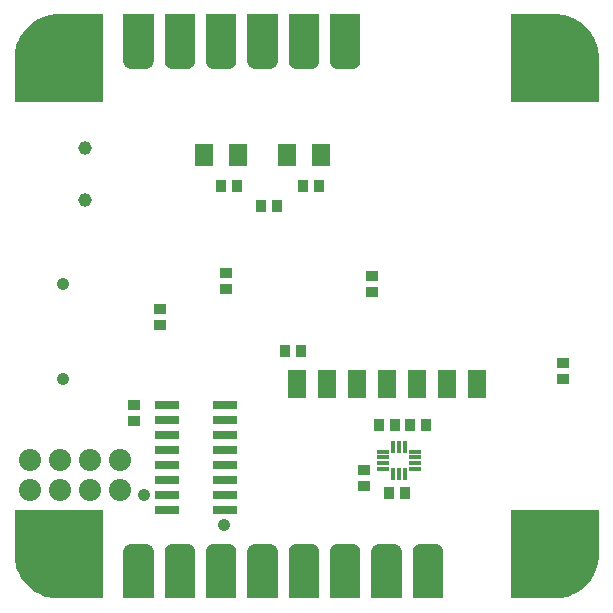
<source format=gbr>
%TF.GenerationSoftware,Altium Limited,Altium Designer,23.11.1 (41)*%
G04 Layer_Color=16711935*
%FSLAX45Y45*%
%MOMM*%
%TF.SameCoordinates,A167E3D1-D2EE-47D6-BB63-3A09D1C29133*%
%TF.FilePolarity,Negative*%
%TF.FileFunction,Soldermask,Bot*%
%TF.Part,Single*%
G01*
G75*
%TA.AperFunction,SMDPad,CuDef*%
%ADD56R,1.07000X0.97000*%
%ADD75R,0.97000X1.07000*%
%TA.AperFunction,ComponentPad*%
%ADD80C,1.87000*%
%TA.AperFunction,ViaPad*%
%ADD81C,1.87000*%
%TA.AperFunction,ComponentPad*%
%ADD82C,1.07000*%
%ADD83C,1.17000*%
%TA.AperFunction,WasherPad*%
%ADD84C,0.07000*%
%TA.AperFunction,ViaPad*%
%ADD85C,1.07000*%
%TA.AperFunction,SMDPad,CuDef*%
%ADD86C,1.07000*%
%ADD87R,1.07000X0.37000*%
%ADD88R,0.37000X1.07000*%
%ADD89R,1.57000X2.47000*%
%ADD90R,2.04000X0.67000*%
%ADD91R,1.57000X1.87000*%
G36*
X770000Y4973517D02*
X770686Y4973450D01*
X771346Y4973249D01*
X771954Y4972924D01*
X772487Y4972487D01*
X772924Y4971954D01*
X773249Y4971346D01*
X773450Y4970686D01*
X773517Y4970000D01*
Y4230000D01*
X773450Y4229314D01*
X773249Y4228654D01*
X772924Y4228046D01*
X772487Y4227513D01*
X771954Y4227076D01*
X771346Y4226750D01*
X770686Y4226550D01*
X770000Y4226483D01*
X30000D01*
X29314Y4226550D01*
X28654Y4226750D01*
X28046Y4227076D01*
X27513Y4227513D01*
X27076Y4228046D01*
X26751Y4228654D01*
X26550Y4229314D01*
X26483Y4230000D01*
X26483Y4600000D01*
X26484Y4600003D01*
X26483Y4612113D01*
X26495Y4612228D01*
X26491Y4612343D01*
X28075Y4636516D01*
X28094Y4636629D01*
X28098Y4636745D01*
X31260Y4660763D01*
X31286Y4660875D01*
X31297Y4660990D01*
X36023Y4684749D01*
X36057Y4684860D01*
X36076Y4684974D01*
X42346Y4708373D01*
X42386Y4708481D01*
X42412Y4708594D01*
X50199Y4731533D01*
X50247Y4731638D01*
X50280Y4731748D01*
X59551Y4754129D01*
X59605Y4754232D01*
X59646Y4754339D01*
X70360Y4776066D01*
X70421Y4776164D01*
X70469Y4776269D01*
X82581Y4797248D01*
X82649Y4797342D01*
X82703Y4797444D01*
X96162Y4817587D01*
X96234Y4817675D01*
X96295Y4817773D01*
X111043Y4836993D01*
X111122Y4837077D01*
X111189Y4837170D01*
X127162Y4855384D01*
X127246Y4855463D01*
X127319Y4855552D01*
X144449Y4872682D01*
X144537Y4872754D01*
X144617Y4872839D01*
X162830Y4888812D01*
X162924Y4888879D01*
X163008Y4888958D01*
X182227Y4903705D01*
X182325Y4903766D01*
X182414Y4903839D01*
X202557Y4917298D01*
X202657Y4917352D01*
X202752Y4917419D01*
X223731Y4929532D01*
X223836Y4929579D01*
X223934Y4929640D01*
X245661Y4940355D01*
X245769Y4940395D01*
X245871Y4940450D01*
X268252Y4949720D01*
X268363Y4949754D01*
X268467Y4949801D01*
X291407Y4957588D01*
X291519Y4957614D01*
X291627Y4957655D01*
X315027Y4963925D01*
X315140Y4963944D01*
X315251Y4963977D01*
X339011Y4968704D01*
X339125Y4968715D01*
X339238Y4968741D01*
X363256Y4971903D01*
X363372Y4971907D01*
X363485Y4971926D01*
X387658Y4973510D01*
X387772Y4973506D01*
X387888Y4973518D01*
X400000D01*
X770000Y4973517D01*
D02*
G37*
G36*
X2950686Y4973450D02*
X2951346Y4973250D01*
X2951954Y4972925D01*
X2952487Y4972487D01*
X2952924Y4971954D01*
X2953250Y4971346D01*
X2953450Y4970686D01*
X2953517Y4970000D01*
Y4577500D01*
Y4573404D01*
X2953494Y4573173D01*
X2953487Y4572945D01*
X2952418Y4564822D01*
X2952365Y4564596D01*
X2952328Y4564371D01*
X2950207Y4556457D01*
X2950127Y4556242D01*
X2950060Y4556021D01*
X2946924Y4548452D01*
X2946816Y4548249D01*
X2946721Y4548039D01*
X2942624Y4540944D01*
X2942491Y4540757D01*
X2942369Y4540561D01*
X2937381Y4534062D01*
X2937223Y4533893D01*
X2937078Y4533716D01*
X2931285Y4527923D01*
X2931107Y4527777D01*
X2930939Y4527619D01*
X2924439Y4522632D01*
X2924245Y4522511D01*
X2924056Y4522376D01*
X2916961Y4518280D01*
X2916751Y4518185D01*
X2916548Y4518076D01*
X2908979Y4514941D01*
X2908757Y4514873D01*
X2908544Y4514793D01*
X2900630Y4512672D01*
X2900402Y4512635D01*
X2900179Y4512583D01*
X2892056Y4511513D01*
X2891827Y4511506D01*
X2891596Y4511483D01*
X2758404D01*
X2758173Y4511506D01*
X2757945Y4511513D01*
X2749822Y4512583D01*
X2749596Y4512635D01*
X2749371Y4512672D01*
X2741457Y4514793D01*
X2741242Y4514874D01*
X2741021Y4514941D01*
X2733452Y4518076D01*
X2733250Y4518184D01*
X2733039Y4518280D01*
X2725944Y4522376D01*
X2725758Y4522510D01*
X2725561Y4522632D01*
X2719062Y4527619D01*
X2718893Y4527778D01*
X2718716Y4527923D01*
X2712923Y4533716D01*
X2712777Y4533894D01*
X2712619Y4534062D01*
X2707632Y4540562D01*
X2707511Y4540756D01*
X2707376Y4540944D01*
X2703280Y4548039D01*
X2703185Y4548249D01*
X2703076Y4548452D01*
X2699941Y4556021D01*
X2699873Y4556243D01*
X2699793Y4556457D01*
X2697673Y4564371D01*
X2697635Y4564598D01*
X2697583Y4564822D01*
X2696513Y4572945D01*
X2696506Y4573173D01*
X2696483Y4573404D01*
Y4577500D01*
Y4577500D01*
Y4970000D01*
X2696551Y4970686D01*
X2696751Y4971346D01*
X2697076Y4971954D01*
X2697513Y4972487D01*
X2698046Y4972925D01*
X2698654Y4973250D01*
X2699314Y4973450D01*
X2700000Y4973517D01*
X2950000D01*
X2950686Y4973450D01*
D02*
G37*
G36*
X2600687D02*
X2601347Y4973250D01*
X2601955Y4972925D01*
X2602488Y4972487D01*
X2602925Y4971954D01*
X2603250Y4971346D01*
X2603450Y4970686D01*
X2603518Y4970000D01*
X2603517Y4577500D01*
Y4573404D01*
X2603494Y4573173D01*
X2603487Y4572945D01*
X2602418Y4564822D01*
X2602365Y4564596D01*
X2602328Y4564371D01*
X2600207Y4556457D01*
X2600127Y4556242D01*
X2600060Y4556021D01*
X2596924Y4548452D01*
X2596816Y4548249D01*
X2596721Y4548039D01*
X2592624Y4540944D01*
X2592491Y4540757D01*
X2592369Y4540561D01*
X2587381Y4534062D01*
X2587223Y4533893D01*
X2587078Y4533716D01*
X2581285Y4527923D01*
X2581107Y4527777D01*
X2580939Y4527619D01*
X2574439Y4522632D01*
X2574245Y4522511D01*
X2574056Y4522376D01*
X2566961Y4518280D01*
X2566751Y4518185D01*
X2566548Y4518076D01*
X2558979Y4514941D01*
X2558757Y4514873D01*
X2558544Y4514793D01*
X2550630Y4512672D01*
X2550402Y4512635D01*
X2550179Y4512583D01*
X2542056Y4511513D01*
X2541827Y4511506D01*
X2541596Y4511483D01*
X2408404D01*
X2408173Y4511506D01*
X2407945Y4511513D01*
X2399822Y4512583D01*
X2399596Y4512635D01*
X2399371Y4512672D01*
X2391457Y4514793D01*
X2391242Y4514874D01*
X2391021Y4514941D01*
X2383452Y4518076D01*
X2383249Y4518184D01*
X2383039Y4518280D01*
X2375944Y4522376D01*
X2375758Y4522510D01*
X2375561Y4522632D01*
X2369062Y4527619D01*
X2368893Y4527778D01*
X2368716Y4527923D01*
X2362923Y4533716D01*
X2362777Y4533894D01*
X2362619Y4534062D01*
X2357632Y4540562D01*
X2357511Y4540756D01*
X2357376Y4540944D01*
X2353280Y4548039D01*
X2353185Y4548249D01*
X2353076Y4548452D01*
X2349941Y4556021D01*
X2349873Y4556243D01*
X2349793Y4556457D01*
X2347672Y4564371D01*
X2347635Y4564598D01*
X2347583Y4564822D01*
X2346513Y4572945D01*
X2346506Y4573173D01*
X2346483Y4573404D01*
Y4577500D01*
Y4577500D01*
D01*
X2346484Y4970000D01*
X2346551Y4970686D01*
X2346751Y4971346D01*
X2347077Y4971954D01*
X2347514Y4972487D01*
X2348047Y4972925D01*
X2348655Y4973250D01*
X2349315Y4973450D01*
X2350001Y4973517D01*
X2600001D01*
X2600687Y4973450D01*
D02*
G37*
G36*
X2250686D02*
X2251346Y4973250D01*
X2251954Y4972925D01*
X2252487Y4972487D01*
X2252924Y4971954D01*
X2253249Y4971346D01*
X2253450Y4970686D01*
X2253517Y4970000D01*
Y4577500D01*
Y4573404D01*
X2253494Y4573173D01*
X2253487Y4572945D01*
X2252418Y4564822D01*
X2252365Y4564596D01*
X2252328Y4564371D01*
X2250207Y4556457D01*
X2250127Y4556242D01*
X2250060Y4556021D01*
X2246924Y4548452D01*
X2246816Y4548249D01*
X2246721Y4548039D01*
X2242624Y4540944D01*
X2242491Y4540757D01*
X2242369Y4540561D01*
X2237381Y4534062D01*
X2237223Y4533893D01*
X2237078Y4533716D01*
X2231285Y4527923D01*
X2231107Y4527777D01*
X2230939Y4527619D01*
X2224439Y4522632D01*
X2224244Y4522511D01*
X2224056Y4522376D01*
X2216961Y4518280D01*
X2216751Y4518185D01*
X2216548Y4518076D01*
X2208979Y4514941D01*
X2208757Y4514873D01*
X2208543Y4514793D01*
X2200630Y4512672D01*
X2200402Y4512635D01*
X2200178Y4512583D01*
X2192056Y4511513D01*
X2191827Y4511506D01*
X2191596Y4511483D01*
X2058404D01*
X2058173Y4511506D01*
X2057945Y4511513D01*
X2049822Y4512583D01*
X2049596Y4512635D01*
X2049371Y4512672D01*
X2041457Y4514793D01*
X2041242Y4514874D01*
X2041021Y4514941D01*
X2033452Y4518076D01*
X2033249Y4518184D01*
X2033039Y4518280D01*
X2025944Y4522376D01*
X2025757Y4522510D01*
X2025561Y4522632D01*
X2019061Y4527619D01*
X2018893Y4527778D01*
X2018716Y4527923D01*
X2012923Y4533716D01*
X2012777Y4533894D01*
X2012619Y4534062D01*
X2007631Y4540562D01*
X2007511Y4540756D01*
X2007376Y4540944D01*
X2003279Y4548039D01*
X2003184Y4548249D01*
X2003076Y4548452D01*
X1999941Y4556021D01*
X1999873Y4556243D01*
X1999793Y4556457D01*
X1997672Y4564371D01*
X1997635Y4564598D01*
X1997583Y4564822D01*
X1996513Y4572945D01*
X1996506Y4573173D01*
X1996483Y4573404D01*
Y4577500D01*
Y4577500D01*
Y4970000D01*
X1996550Y4970686D01*
X1996751Y4971346D01*
X1997076Y4971954D01*
X1997513Y4972487D01*
X1998046Y4972925D01*
X1998654Y4973250D01*
X1999314Y4973450D01*
X2000000Y4973517D01*
X2250000D01*
X2250686Y4973450D01*
D02*
G37*
G36*
X1900687D02*
X1901347Y4973250D01*
X1901955Y4972925D01*
X1902488Y4972487D01*
X1902925Y4971954D01*
X1903250Y4971346D01*
X1903450Y4970686D01*
X1903518Y4970000D01*
X1903517Y4577500D01*
Y4573404D01*
X1903494Y4573173D01*
X1903487Y4572945D01*
X1902418Y4564822D01*
X1902365Y4564596D01*
X1902328Y4564371D01*
X1900207Y4556457D01*
X1900127Y4556242D01*
X1900059Y4556021D01*
X1896924Y4548452D01*
X1896816Y4548249D01*
X1896721Y4548039D01*
X1892624Y4540944D01*
X1892490Y4540757D01*
X1892369Y4540561D01*
X1887381Y4534062D01*
X1887223Y4533893D01*
X1887078Y4533716D01*
X1881285Y4527923D01*
X1881106Y4527777D01*
X1880939Y4527619D01*
X1874438Y4522632D01*
X1874244Y4522511D01*
X1874056Y4522376D01*
X1866961Y4518280D01*
X1866751Y4518185D01*
X1866548Y4518076D01*
X1858979Y4514941D01*
X1858757Y4514873D01*
X1858543Y4514793D01*
X1850630Y4512672D01*
X1850402Y4512635D01*
X1850178Y4512583D01*
X1842055Y4511513D01*
X1841827Y4511506D01*
X1841596Y4511483D01*
X1708404D01*
X1708173Y4511506D01*
X1707945Y4511513D01*
X1699822Y4512583D01*
X1699596Y4512635D01*
X1699370Y4512672D01*
X1691457Y4514793D01*
X1691242Y4514874D01*
X1691021Y4514941D01*
X1683452Y4518076D01*
X1683249Y4518184D01*
X1683039Y4518280D01*
X1675944Y4522376D01*
X1675757Y4522510D01*
X1675561Y4522632D01*
X1669061Y4527619D01*
X1668893Y4527778D01*
X1668716Y4527923D01*
X1662923Y4533716D01*
X1662776Y4533894D01*
X1662619Y4534062D01*
X1657631Y4540562D01*
X1657511Y4540756D01*
X1657376Y4540944D01*
X1653279Y4548039D01*
X1653184Y4548249D01*
X1653076Y4548452D01*
X1649941Y4556021D01*
X1649873Y4556243D01*
X1649793Y4556457D01*
X1647672Y4564371D01*
X1647635Y4564598D01*
X1647583Y4564822D01*
X1646513Y4572945D01*
X1646506Y4573173D01*
X1646483Y4573404D01*
Y4577500D01*
Y4577500D01*
D01*
X1646484Y4970000D01*
X1646551Y4970686D01*
X1646751Y4971346D01*
X1647076Y4971954D01*
X1647514Y4972487D01*
X1648047Y4972925D01*
X1648655Y4973250D01*
X1649315Y4973450D01*
X1650001Y4973517D01*
X1900001D01*
X1900687Y4973450D01*
D02*
G37*
G36*
X1550686D02*
X1551346Y4973250D01*
X1551954Y4972925D01*
X1552487Y4972487D01*
X1552925Y4971954D01*
X1553250Y4971346D01*
X1553450Y4970686D01*
X1553517Y4970000D01*
Y4577500D01*
Y4573404D01*
X1553494Y4573173D01*
X1553487Y4572945D01*
X1552418Y4564822D01*
X1552365Y4564596D01*
X1552328Y4564371D01*
X1550207Y4556457D01*
X1550127Y4556242D01*
X1550060Y4556021D01*
X1546924Y4548452D01*
X1546816Y4548249D01*
X1546721Y4548039D01*
X1542624Y4540944D01*
X1542491Y4540757D01*
X1542369Y4540561D01*
X1537381Y4534062D01*
X1537223Y4533893D01*
X1537078Y4533716D01*
X1531285Y4527923D01*
X1531107Y4527777D01*
X1530939Y4527619D01*
X1524439Y4522632D01*
X1524245Y4522511D01*
X1524056Y4522376D01*
X1516961Y4518280D01*
X1516751Y4518185D01*
X1516548Y4518076D01*
X1508979Y4514941D01*
X1508757Y4514873D01*
X1508544Y4514793D01*
X1500630Y4512672D01*
X1500402Y4512635D01*
X1500179Y4512583D01*
X1492056Y4511513D01*
X1491827Y4511506D01*
X1491596Y4511483D01*
X1358404D01*
X1358173Y4511506D01*
X1357945Y4511513D01*
X1349822Y4512583D01*
X1349596Y4512635D01*
X1349371Y4512672D01*
X1341457Y4514793D01*
X1341242Y4514874D01*
X1341021Y4514941D01*
X1333452Y4518076D01*
X1333250Y4518184D01*
X1333039Y4518280D01*
X1325944Y4522376D01*
X1325758Y4522510D01*
X1325561Y4522632D01*
X1319062Y4527619D01*
X1318893Y4527778D01*
X1318716Y4527923D01*
X1312923Y4533716D01*
X1312777Y4533894D01*
X1312619Y4534062D01*
X1307632Y4540562D01*
X1307511Y4540756D01*
X1307376Y4540944D01*
X1303280Y4548039D01*
X1303185Y4548249D01*
X1303076Y4548452D01*
X1299941Y4556021D01*
X1299873Y4556243D01*
X1299793Y4556457D01*
X1297673Y4564371D01*
X1297635Y4564598D01*
X1297583Y4564822D01*
X1296513Y4572945D01*
X1296506Y4573173D01*
X1296483Y4573404D01*
Y4577500D01*
Y4577500D01*
Y4970000D01*
X1296551Y4970686D01*
X1296751Y4971346D01*
X1297076Y4971954D01*
X1297513Y4972487D01*
X1298046Y4972925D01*
X1298654Y4973250D01*
X1299314Y4973450D01*
X1300000Y4973517D01*
X1550000D01*
X1550686Y4973450D01*
D02*
G37*
G36*
X1200687D02*
X1201347Y4973250D01*
X1201955Y4972925D01*
X1202488Y4972487D01*
X1202925Y4971954D01*
X1203250Y4971346D01*
X1203450Y4970686D01*
X1203518Y4970000D01*
X1203517Y4577500D01*
Y4573404D01*
X1203494Y4573173D01*
X1203487Y4572945D01*
X1202418Y4564822D01*
X1202365Y4564596D01*
X1202328Y4564371D01*
X1200207Y4556457D01*
X1200127Y4556242D01*
X1200060Y4556021D01*
X1196924Y4548452D01*
X1196816Y4548249D01*
X1196721Y4548039D01*
X1192624Y4540944D01*
X1192491Y4540757D01*
X1192369Y4540561D01*
X1187381Y4534062D01*
X1187223Y4533893D01*
X1187078Y4533716D01*
X1181285Y4527923D01*
X1181107Y4527777D01*
X1180939Y4527619D01*
X1174439Y4522632D01*
X1174245Y4522511D01*
X1174056Y4522376D01*
X1166961Y4518280D01*
X1166751Y4518185D01*
X1166548Y4518076D01*
X1158979Y4514941D01*
X1158757Y4514873D01*
X1158544Y4514793D01*
X1150630Y4512672D01*
X1150402Y4512635D01*
X1150179Y4512583D01*
X1142056Y4511513D01*
X1141827Y4511506D01*
X1141596Y4511483D01*
X1008404D01*
X1008173Y4511506D01*
X1007945Y4511513D01*
X999822Y4512583D01*
X999596Y4512635D01*
X999371Y4512672D01*
X991457Y4514793D01*
X991242Y4514874D01*
X991021Y4514941D01*
X983452Y4518076D01*
X983249Y4518184D01*
X983039Y4518280D01*
X975944Y4522376D01*
X975758Y4522510D01*
X975561Y4522632D01*
X969062Y4527619D01*
X968893Y4527778D01*
X968716Y4527923D01*
X962923Y4533716D01*
X962777Y4533894D01*
X962619Y4534062D01*
X957632Y4540562D01*
X957511Y4540756D01*
X957376Y4540944D01*
X953280Y4548039D01*
X953185Y4548249D01*
X953076Y4548452D01*
X949941Y4556021D01*
X949873Y4556243D01*
X949793Y4556457D01*
X947672Y4564371D01*
X947635Y4564598D01*
X947583Y4564822D01*
X946513Y4572945D01*
X946506Y4573173D01*
X946483Y4573404D01*
Y4577500D01*
Y4577500D01*
D01*
X946484Y4970000D01*
X946551Y4970686D01*
X946751Y4971346D01*
X947077Y4971954D01*
X947514Y4972487D01*
X948047Y4972925D01*
X948655Y4973250D01*
X949315Y4973450D01*
X950001Y4973517D01*
X1200001D01*
X1200687Y4973450D01*
D02*
G37*
G36*
X4600000Y4973517D02*
X4600003Y4973516D01*
X4612113Y4973517D01*
X4612228Y4973505D01*
X4612343Y4973509D01*
X4636516Y4971925D01*
X4636629Y4971906D01*
X4636745Y4971902D01*
X4660763Y4968740D01*
X4660875Y4968714D01*
X4660990Y4968703D01*
X4684749Y4963977D01*
X4684860Y4963943D01*
X4684974Y4963924D01*
X4708373Y4957654D01*
X4708481Y4957614D01*
X4708594Y4957587D01*
X4731533Y4949801D01*
X4731638Y4949753D01*
X4731748Y4949720D01*
X4754129Y4940449D01*
X4754232Y4940394D01*
X4754339Y4940354D01*
X4776066Y4929640D01*
X4776164Y4929579D01*
X4776269Y4929531D01*
X4797248Y4917419D01*
X4797342Y4917351D01*
X4797444Y4917297D01*
X4817587Y4903838D01*
X4817675Y4903766D01*
X4817773Y4903704D01*
X4836993Y4888957D01*
X4837077Y4888878D01*
X4837170Y4888811D01*
X4855384Y4872838D01*
X4855463Y4872754D01*
X4855552Y4872681D01*
X4872682Y4855551D01*
X4872754Y4855463D01*
X4872839Y4855383D01*
X4888812Y4837170D01*
X4888879Y4837076D01*
X4888958Y4836992D01*
X4903705Y4817773D01*
X4903766Y4817675D01*
X4903839Y4817586D01*
X4917298Y4797443D01*
X4917352Y4797343D01*
X4917419Y4797248D01*
X4929532Y4776269D01*
X4929579Y4776163D01*
X4929640Y4776066D01*
X4940355Y4754338D01*
X4940395Y4754231D01*
X4940450Y4754129D01*
X4949720Y4731748D01*
X4949754Y4731637D01*
X4949801Y4731533D01*
X4957588Y4708593D01*
X4957614Y4708481D01*
X4957655Y4708373D01*
X4963925Y4684973D01*
X4963944Y4684860D01*
X4963977Y4684749D01*
X4968704Y4660989D01*
X4968715Y4660875D01*
X4968741Y4660762D01*
X4971903Y4636744D01*
X4971907Y4636628D01*
X4971926Y4636515D01*
X4973510Y4612342D01*
X4973506Y4612228D01*
X4973518Y4612112D01*
Y4600000D01*
X4973517Y4230000D01*
X4973450Y4229314D01*
X4973249Y4228654D01*
X4972924Y4228046D01*
X4972487Y4227513D01*
X4971954Y4227076D01*
X4971346Y4226750D01*
X4970686Y4226550D01*
X4970000Y4226483D01*
X4230000D01*
X4229314Y4226550D01*
X4228654Y4226750D01*
X4228046Y4227076D01*
X4227513Y4227513D01*
X4227076Y4228046D01*
X4226750Y4228654D01*
X4226550Y4229314D01*
X4226483Y4230000D01*
Y4970000D01*
X4226550Y4970686D01*
X4226750Y4971346D01*
X4227076Y4971954D01*
X4227513Y4972487D01*
X4228046Y4972924D01*
X4228654Y4973249D01*
X4229314Y4973450D01*
X4230000Y4973517D01*
X4600000Y4973517D01*
D02*
G37*
G36*
X4970686Y773450D02*
X4971346Y773249D01*
X4971954Y772924D01*
X4972487Y772487D01*
X4972924Y771954D01*
X4973249Y771346D01*
X4973450Y770686D01*
X4973517Y770000D01*
X4973517Y400000D01*
X4973516Y399997D01*
X4973517Y387887D01*
X4973505Y387772D01*
X4973509Y387657D01*
X4971925Y363484D01*
X4971906Y363371D01*
X4971902Y363255D01*
X4968740Y339237D01*
X4968714Y339125D01*
X4968703Y339010D01*
X4963977Y315251D01*
X4963943Y315140D01*
X4963924Y315026D01*
X4957654Y291627D01*
X4957614Y291519D01*
X4957587Y291406D01*
X4949801Y268467D01*
X4949753Y268362D01*
X4949720Y268251D01*
X4940449Y245870D01*
X4940394Y245768D01*
X4940354Y245661D01*
X4929640Y223934D01*
X4929579Y223836D01*
X4929531Y223731D01*
X4917419Y202751D01*
X4917351Y202657D01*
X4917297Y202556D01*
X4903838Y182413D01*
X4903766Y182325D01*
X4903704Y182226D01*
X4888957Y163007D01*
X4888878Y162923D01*
X4888811Y162829D01*
X4872838Y144616D01*
X4872754Y144537D01*
X4872681Y144448D01*
X4855551Y127318D01*
X4855463Y127246D01*
X4855383Y127161D01*
X4837170Y111188D01*
X4837076Y111121D01*
X4836992Y111042D01*
X4817773Y96295D01*
X4817675Y96234D01*
X4817586Y96161D01*
X4797443Y82702D01*
X4797343Y82648D01*
X4797248Y82580D01*
X4776269Y70468D01*
X4776163Y70420D01*
X4776066Y70360D01*
X4754338Y59645D01*
X4754231Y59605D01*
X4754129Y59550D01*
X4731748Y50280D01*
X4731637Y50246D01*
X4731533Y50199D01*
X4708593Y42412D01*
X4708481Y42385D01*
X4708373Y42345D01*
X4684973Y36075D01*
X4684860Y36056D01*
X4684749Y36023D01*
X4660989Y31296D01*
X4660875Y31285D01*
X4660762Y31259D01*
X4636744Y28097D01*
X4636628Y28093D01*
X4636515Y28074D01*
X4612342Y26490D01*
X4612228Y26494D01*
X4612112Y26482D01*
X4600000D01*
X4230000Y26483D01*
X4229314Y26550D01*
X4228654Y26751D01*
X4228046Y27076D01*
X4227513Y27513D01*
X4227076Y28046D01*
X4226750Y28654D01*
X4226550Y29314D01*
X4226483Y30000D01*
Y770000D01*
X4226550Y770686D01*
X4226750Y771346D01*
X4227076Y771954D01*
X4227513Y772487D01*
X4228046Y772924D01*
X4228654Y773249D01*
X4229314Y773450D01*
X4230000Y773517D01*
X4970000D01*
X4970686Y773450D01*
D02*
G37*
G36*
X3591828Y488495D02*
X3592057Y488488D01*
X3600179Y487419D01*
X3600406Y487366D01*
X3600631Y487329D01*
X3608544Y485208D01*
X3608759Y485128D01*
X3608980Y485060D01*
X3616549Y481925D01*
X3616752Y481817D01*
X3616962Y481722D01*
X3624057Y477625D01*
X3624244Y477492D01*
X3624440Y477370D01*
X3630940Y472382D01*
X3631109Y472224D01*
X3631285Y472079D01*
X3637079Y466286D01*
X3637225Y466108D01*
X3637382Y465940D01*
X3642370Y459440D01*
X3642490Y459245D01*
X3642625Y459057D01*
X3646722Y451962D01*
X3646817Y451752D01*
X3646925Y451549D01*
X3650061Y443980D01*
X3650128Y443758D01*
X3650208Y443544D01*
X3652329Y435631D01*
X3652366Y435403D01*
X3652418Y435179D01*
X3653488Y427057D01*
X3653495Y426828D01*
X3653518Y426597D01*
Y422501D01*
X3653517Y30001D01*
X3653450Y29315D01*
X3653250Y28655D01*
X3652925Y28047D01*
X3652487Y27514D01*
X3651954Y27077D01*
X3651346Y26752D01*
X3650686Y26551D01*
X3650000Y26484D01*
X3400000D01*
X3399314Y26551D01*
X3398654Y26752D01*
X3398046Y27077D01*
X3397513Y27514D01*
X3397076Y28047D01*
X3396751Y28655D01*
X3396551Y29315D01*
X3396483Y30001D01*
X3396484Y422501D01*
Y426597D01*
X3396507Y426828D01*
X3396514Y427057D01*
X3397584Y435179D01*
X3397636Y435406D01*
X3397673Y435631D01*
X3399794Y443544D01*
X3399875Y443759D01*
X3399942Y443980D01*
X3403077Y451549D01*
X3403185Y451752D01*
X3403280Y451962D01*
X3407377Y459057D01*
X3407511Y459244D01*
X3407633Y459440D01*
X3412620Y465940D01*
X3412779Y466109D01*
X3412924Y466285D01*
X3418717Y472079D01*
X3418895Y472225D01*
X3419063Y472382D01*
X3425563Y477370D01*
X3425757Y477490D01*
X3425945Y477625D01*
X3433040Y481722D01*
X3433250Y481817D01*
X3433453Y481925D01*
X3441022Y485060D01*
X3441244Y485128D01*
X3441458Y485208D01*
X3449372Y487329D01*
X3449599Y487366D01*
X3449823Y487418D01*
X3457946Y488488D01*
X3458174Y488495D01*
X3458405Y488518D01*
X3591597D01*
X3591828Y488495D01*
D02*
G37*
G36*
X3241828D02*
X3242057Y488488D01*
X3250179Y487419D01*
X3250405Y487366D01*
X3250631Y487329D01*
X3258544Y485208D01*
X3258759Y485128D01*
X3258980Y485060D01*
X3266549Y481925D01*
X3266752Y481817D01*
X3266962Y481722D01*
X3274057Y477625D01*
X3274244Y477492D01*
X3274440Y477370D01*
X3280940Y472382D01*
X3281108Y472224D01*
X3281285Y472079D01*
X3287079Y466286D01*
X3287225Y466108D01*
X3287382Y465940D01*
X3292370Y459440D01*
X3292490Y459245D01*
X3292625Y459057D01*
X3296722Y451962D01*
X3296817Y451752D01*
X3296925Y451549D01*
X3300060Y443980D01*
X3300128Y443758D01*
X3300208Y443544D01*
X3302329Y435631D01*
X3302366Y435403D01*
X3302418Y435179D01*
X3303488Y427057D01*
X3303495Y426828D01*
X3303518Y426597D01*
Y422501D01*
Y30001D01*
X3303451Y29315D01*
X3303250Y28655D01*
X3302925Y28047D01*
X3302488Y27514D01*
X3301955Y27077D01*
X3301347Y26752D01*
X3300687Y26551D01*
X3300001Y26484D01*
X3050001D01*
X3049315Y26551D01*
X3048655Y26752D01*
X3048047Y27077D01*
X3047514Y27514D01*
X3047077Y28047D01*
X3046752Y28655D01*
X3046551Y29315D01*
X3046484Y30001D01*
Y422501D01*
Y426597D01*
X3046507Y426828D01*
X3046514Y427057D01*
X3047583Y435179D01*
X3047636Y435406D01*
X3047673Y435631D01*
X3049794Y443544D01*
X3049875Y443759D01*
X3049942Y443980D01*
X3053077Y451549D01*
X3053185Y451752D01*
X3053280Y451962D01*
X3057377Y459057D01*
X3057511Y459244D01*
X3057632Y459440D01*
X3062620Y465940D01*
X3062778Y466109D01*
X3062924Y466285D01*
X3068716Y472079D01*
X3068895Y472225D01*
X3069062Y472382D01*
X3075563Y477370D01*
X3075757Y477490D01*
X3075945Y477625D01*
X3083040Y481722D01*
X3083250Y481817D01*
X3083453Y481925D01*
X3091022Y485060D01*
X3091244Y485128D01*
X3091458Y485208D01*
X3099371Y487329D01*
X3099599Y487366D01*
X3099823Y487418D01*
X3107946Y488488D01*
X3108174Y488495D01*
X3108405Y488518D01*
X3241597D01*
X3241828Y488495D01*
D02*
G37*
G36*
X2891828D02*
X2892056Y488488D01*
X2900179Y487419D01*
X2900405Y487366D01*
X2900630Y487329D01*
X2908544Y485208D01*
X2908759Y485128D01*
X2908980Y485060D01*
X2916549Y481925D01*
X2916752Y481817D01*
X2916962Y481722D01*
X2924057Y477625D01*
X2924244Y477492D01*
X2924440Y477370D01*
X2930940Y472382D01*
X2931108Y472224D01*
X2931285Y472079D01*
X2937078Y466286D01*
X2937225Y466108D01*
X2937382Y465940D01*
X2942370Y459440D01*
X2942490Y459245D01*
X2942625Y459057D01*
X2946722Y451962D01*
X2946817Y451752D01*
X2946925Y451549D01*
X2950060Y443980D01*
X2950128Y443758D01*
X2950208Y443544D01*
X2952329Y435631D01*
X2952366Y435403D01*
X2952418Y435179D01*
X2953488Y427057D01*
X2953495Y426828D01*
X2953518Y426597D01*
Y422501D01*
X2953517Y30001D01*
X2953450Y29315D01*
X2953250Y28655D01*
X2952924Y28047D01*
X2952487Y27514D01*
X2951954Y27077D01*
X2951346Y26752D01*
X2950686Y26551D01*
X2950000Y26484D01*
X2700000D01*
X2699314Y26551D01*
X2698654Y26752D01*
X2698046Y27077D01*
X2697513Y27514D01*
X2697076Y28047D01*
X2696751Y28655D01*
X2696551Y29315D01*
X2696483Y30001D01*
X2696484Y422501D01*
Y426597D01*
X2696507Y426828D01*
X2696514Y427057D01*
X2697583Y435179D01*
X2697636Y435406D01*
X2697673Y435631D01*
X2699794Y443544D01*
X2699874Y443759D01*
X2699942Y443980D01*
X2703077Y451549D01*
X2703185Y451752D01*
X2703280Y451962D01*
X2707377Y459057D01*
X2707510Y459244D01*
X2707632Y459440D01*
X2712620Y465940D01*
X2712778Y466109D01*
X2712923Y466285D01*
X2718716Y472079D01*
X2718894Y472225D01*
X2719062Y472382D01*
X2725562Y477370D01*
X2725757Y477490D01*
X2725945Y477625D01*
X2733040Y481722D01*
X2733250Y481817D01*
X2733453Y481925D01*
X2741022Y485060D01*
X2741244Y485128D01*
X2741458Y485208D01*
X2749371Y487329D01*
X2749599Y487366D01*
X2749823Y487418D01*
X2757945Y488488D01*
X2758174Y488495D01*
X2758405Y488518D01*
X2891597D01*
X2891828Y488495D01*
D02*
G37*
G36*
X2541828D02*
X2542056Y488488D01*
X2550179Y487419D01*
X2550405Y487366D01*
X2550630Y487329D01*
X2558544Y485208D01*
X2558759Y485128D01*
X2558980Y485060D01*
X2566549Y481925D01*
X2566752Y481817D01*
X2566962Y481722D01*
X2574057Y477625D01*
X2574244Y477492D01*
X2574440Y477370D01*
X2580939Y472382D01*
X2581108Y472224D01*
X2581285Y472079D01*
X2587078Y466286D01*
X2587224Y466108D01*
X2587382Y465940D01*
X2592369Y459440D01*
X2592490Y459245D01*
X2592625Y459057D01*
X2596722Y451962D01*
X2596816Y451752D01*
X2596925Y451549D01*
X2600060Y443980D01*
X2600128Y443758D01*
X2600208Y443544D01*
X2602329Y435631D01*
X2602366Y435403D01*
X2602418Y435179D01*
X2603488Y427057D01*
X2603495Y426828D01*
X2603518Y426597D01*
Y422501D01*
Y30001D01*
X2603450Y29315D01*
X2603250Y28655D01*
X2602925Y28047D01*
X2602488Y27514D01*
X2601955Y27077D01*
X2601347Y26752D01*
X2600687Y26551D01*
X2600001Y26484D01*
X2350001D01*
X2349315Y26551D01*
X2348655Y26752D01*
X2348047Y27077D01*
X2347514Y27514D01*
X2347077Y28047D01*
X2346751Y28655D01*
X2346551Y29315D01*
X2346484Y30001D01*
Y422501D01*
Y426597D01*
X2346507Y426828D01*
X2346514Y427057D01*
X2347583Y435179D01*
X2347636Y435406D01*
X2347673Y435631D01*
X2349794Y443544D01*
X2349874Y443759D01*
X2349941Y443980D01*
X2353077Y451549D01*
X2353185Y451752D01*
X2353280Y451962D01*
X2357377Y459057D01*
X2357510Y459244D01*
X2357632Y459440D01*
X2362620Y465940D01*
X2362778Y466109D01*
X2362923Y466285D01*
X2368716Y472079D01*
X2368894Y472225D01*
X2369062Y472382D01*
X2375562Y477370D01*
X2375756Y477490D01*
X2375945Y477625D01*
X2383040Y481722D01*
X2383250Y481817D01*
X2383453Y481925D01*
X2391022Y485060D01*
X2391244Y485128D01*
X2391457Y485208D01*
X2399371Y487329D01*
X2399599Y487366D01*
X2399822Y487418D01*
X2407945Y488488D01*
X2408174Y488495D01*
X2408405Y488518D01*
X2541597D01*
X2541828Y488495D01*
D02*
G37*
G36*
X2191828D02*
X2192057Y488488D01*
X2200179Y487419D01*
X2200406Y487366D01*
X2200631Y487329D01*
X2208544Y485208D01*
X2208759Y485128D01*
X2208980Y485060D01*
X2216549Y481925D01*
X2216752Y481817D01*
X2216962Y481722D01*
X2224057Y477625D01*
X2224244Y477492D01*
X2224440Y477370D01*
X2230940Y472382D01*
X2231109Y472224D01*
X2231285Y472079D01*
X2237079Y466286D01*
X2237225Y466108D01*
X2237382Y465940D01*
X2242370Y459440D01*
X2242490Y459245D01*
X2242625Y459057D01*
X2246722Y451962D01*
X2246817Y451752D01*
X2246925Y451549D01*
X2250061Y443980D01*
X2250128Y443758D01*
X2250208Y443544D01*
X2252329Y435631D01*
X2252366Y435403D01*
X2252418Y435179D01*
X2253488Y427057D01*
X2253495Y426828D01*
X2253518Y426597D01*
Y422501D01*
X2253517Y30001D01*
X2253450Y29315D01*
X2253250Y28655D01*
X2252925Y28047D01*
X2252487Y27514D01*
X2251954Y27077D01*
X2251346Y26752D01*
X2250686Y26551D01*
X2250000Y26484D01*
X2000000D01*
X1999314Y26551D01*
X1998654Y26752D01*
X1998046Y27077D01*
X1997513Y27514D01*
X1997076Y28047D01*
X1996751Y28655D01*
X1996551Y29315D01*
X1996483Y30001D01*
X1996484Y422501D01*
Y426597D01*
X1996507Y426828D01*
X1996514Y427057D01*
X1997584Y435179D01*
X1997636Y435406D01*
X1997673Y435631D01*
X1999794Y443544D01*
X1999875Y443759D01*
X1999942Y443980D01*
X2003077Y451549D01*
X2003185Y451752D01*
X2003280Y451962D01*
X2007377Y459057D01*
X2007511Y459244D01*
X2007633Y459440D01*
X2012620Y465940D01*
X2012779Y466109D01*
X2012924Y466285D01*
X2018717Y472079D01*
X2018895Y472225D01*
X2019063Y472382D01*
X2025563Y477370D01*
X2025757Y477490D01*
X2025945Y477625D01*
X2033040Y481722D01*
X2033250Y481817D01*
X2033453Y481925D01*
X2041022Y485060D01*
X2041244Y485128D01*
X2041458Y485208D01*
X2049372Y487329D01*
X2049599Y487366D01*
X2049823Y487418D01*
X2057946Y488488D01*
X2058174Y488495D01*
X2058405Y488518D01*
X2191597D01*
X2191828Y488495D01*
D02*
G37*
G36*
X1841828D02*
X1842057Y488488D01*
X1850179Y487419D01*
X1850405Y487366D01*
X1850631Y487329D01*
X1858544Y485208D01*
X1858759Y485128D01*
X1858980Y485060D01*
X1866549Y481925D01*
X1866752Y481817D01*
X1866962Y481722D01*
X1874057Y477625D01*
X1874244Y477492D01*
X1874440Y477370D01*
X1880940Y472382D01*
X1881109Y472224D01*
X1881285Y472079D01*
X1887079Y466286D01*
X1887225Y466108D01*
X1887382Y465940D01*
X1892370Y459440D01*
X1892490Y459245D01*
X1892625Y459057D01*
X1896722Y451962D01*
X1896817Y451752D01*
X1896925Y451549D01*
X1900060Y443980D01*
X1900128Y443758D01*
X1900208Y443544D01*
X1902329Y435631D01*
X1902366Y435403D01*
X1902418Y435179D01*
X1903488Y427057D01*
X1903495Y426828D01*
X1903518Y426597D01*
Y422501D01*
Y30001D01*
X1903451Y29315D01*
X1903250Y28655D01*
X1902925Y28047D01*
X1902488Y27514D01*
X1901955Y27077D01*
X1901347Y26752D01*
X1900687Y26551D01*
X1900001Y26484D01*
X1650001D01*
X1649315Y26551D01*
X1648655Y26752D01*
X1648047Y27077D01*
X1647514Y27514D01*
X1647077Y28047D01*
X1646752Y28655D01*
X1646551Y29315D01*
X1646484Y30001D01*
Y422501D01*
Y426597D01*
X1646507Y426828D01*
X1646514Y427057D01*
X1647583Y435179D01*
X1647636Y435406D01*
X1647673Y435631D01*
X1649794Y443544D01*
X1649875Y443759D01*
X1649942Y443980D01*
X1653077Y451549D01*
X1653185Y451752D01*
X1653280Y451962D01*
X1657377Y459057D01*
X1657511Y459244D01*
X1657632Y459440D01*
X1662620Y465940D01*
X1662778Y466109D01*
X1662924Y466285D01*
X1668717Y472079D01*
X1668895Y472225D01*
X1669062Y472382D01*
X1675563Y477370D01*
X1675757Y477490D01*
X1675945Y477625D01*
X1683040Y481722D01*
X1683250Y481817D01*
X1683453Y481925D01*
X1691022Y485060D01*
X1691244Y485128D01*
X1691458Y485208D01*
X1699372Y487329D01*
X1699599Y487366D01*
X1699823Y487418D01*
X1707946Y488488D01*
X1708174Y488495D01*
X1708405Y488518D01*
X1841597D01*
X1841828Y488495D01*
D02*
G37*
G36*
X1491828D02*
X1492056Y488488D01*
X1500179Y487419D01*
X1500405Y487366D01*
X1500630Y487329D01*
X1508544Y485208D01*
X1508759Y485128D01*
X1508980Y485060D01*
X1516549Y481925D01*
X1516752Y481817D01*
X1516962Y481722D01*
X1524057Y477625D01*
X1524244Y477492D01*
X1524440Y477370D01*
X1530940Y472382D01*
X1531108Y472224D01*
X1531285Y472079D01*
X1537078Y466286D01*
X1537225Y466108D01*
X1537382Y465940D01*
X1542370Y459440D01*
X1542490Y459245D01*
X1542625Y459057D01*
X1546722Y451962D01*
X1546817Y451752D01*
X1546925Y451549D01*
X1550060Y443980D01*
X1550128Y443758D01*
X1550208Y443544D01*
X1552329Y435631D01*
X1552366Y435403D01*
X1552418Y435179D01*
X1553488Y427057D01*
X1553495Y426828D01*
X1553518Y426597D01*
Y422501D01*
X1553517Y30001D01*
X1553450Y29315D01*
X1553250Y28655D01*
X1552925Y28047D01*
X1552487Y27514D01*
X1551954Y27077D01*
X1551346Y26752D01*
X1550686Y26551D01*
X1550000Y26484D01*
X1300000D01*
X1299314Y26551D01*
X1298654Y26752D01*
X1298046Y27077D01*
X1297513Y27514D01*
X1297076Y28047D01*
X1296751Y28655D01*
X1296551Y29315D01*
X1296483Y30001D01*
X1296484Y422501D01*
Y426597D01*
X1296507Y426828D01*
X1296514Y427057D01*
X1297583Y435179D01*
X1297636Y435406D01*
X1297673Y435631D01*
X1299794Y443544D01*
X1299874Y443759D01*
X1299942Y443980D01*
X1303077Y451549D01*
X1303185Y451752D01*
X1303280Y451962D01*
X1307377Y459057D01*
X1307510Y459244D01*
X1307632Y459440D01*
X1312620Y465940D01*
X1312778Y466109D01*
X1312923Y466285D01*
X1318716Y472079D01*
X1318894Y472225D01*
X1319062Y472382D01*
X1325563Y477370D01*
X1325757Y477490D01*
X1325945Y477625D01*
X1333040Y481722D01*
X1333250Y481817D01*
X1333453Y481925D01*
X1341022Y485060D01*
X1341244Y485128D01*
X1341458Y485208D01*
X1349371Y487329D01*
X1349599Y487366D01*
X1349823Y487418D01*
X1357945Y488488D01*
X1358174Y488495D01*
X1358405Y488518D01*
X1491597D01*
X1491828Y488495D01*
D02*
G37*
G36*
X1141828D02*
X1142056Y488488D01*
X1150179Y487419D01*
X1150405Y487366D01*
X1150630Y487329D01*
X1158544Y485208D01*
X1158759Y485128D01*
X1158980Y485060D01*
X1166549Y481925D01*
X1166752Y481817D01*
X1166962Y481722D01*
X1174057Y477625D01*
X1174244Y477492D01*
X1174440Y477370D01*
X1180939Y472382D01*
X1181108Y472224D01*
X1181285Y472079D01*
X1187078Y466286D01*
X1187224Y466108D01*
X1187382Y465940D01*
X1192369Y459440D01*
X1192490Y459245D01*
X1192625Y459057D01*
X1196722Y451962D01*
X1196817Y451752D01*
X1196925Y451549D01*
X1200060Y443980D01*
X1200128Y443758D01*
X1200208Y443544D01*
X1202329Y435631D01*
X1202366Y435403D01*
X1202418Y435179D01*
X1203488Y427057D01*
X1203495Y426828D01*
X1203518Y426597D01*
Y422501D01*
Y30001D01*
X1203450Y29315D01*
X1203250Y28655D01*
X1202925Y28047D01*
X1202488Y27514D01*
X1201955Y27077D01*
X1201347Y26752D01*
X1200687Y26551D01*
X1200001Y26484D01*
X950001D01*
X949315Y26551D01*
X948655Y26752D01*
X948047Y27077D01*
X947514Y27514D01*
X947077Y28047D01*
X946751Y28655D01*
X946551Y29315D01*
X946484Y30001D01*
Y422501D01*
Y426597D01*
X946507Y426828D01*
X946514Y427057D01*
X947583Y435179D01*
X947636Y435406D01*
X947673Y435631D01*
X949794Y443544D01*
X949874Y443759D01*
X949941Y443980D01*
X953077Y451549D01*
X953185Y451752D01*
X953280Y451962D01*
X957377Y459057D01*
X957510Y459244D01*
X957632Y459440D01*
X962620Y465940D01*
X962778Y466109D01*
X962923Y466285D01*
X968716Y472079D01*
X968894Y472225D01*
X969062Y472382D01*
X975562Y477370D01*
X975756Y477490D01*
X975945Y477625D01*
X983040Y481722D01*
X983250Y481817D01*
X983453Y481925D01*
X991022Y485060D01*
X991244Y485128D01*
X991458Y485208D01*
X999371Y487329D01*
X999599Y487366D01*
X999822Y487418D01*
X1007945Y488488D01*
X1008174Y488495D01*
X1008405Y488518D01*
X1141597D01*
X1141828Y488495D01*
D02*
G37*
G36*
X770686Y773450D02*
X771346Y773249D01*
X771954Y772924D01*
X772487Y772487D01*
X772924Y771954D01*
X773249Y771346D01*
X773450Y770686D01*
X773517Y770000D01*
Y30000D01*
X773450Y29314D01*
X773249Y28654D01*
X772924Y28046D01*
X772487Y27513D01*
X771954Y27076D01*
X771346Y26751D01*
X770686Y26550D01*
X770000Y26483D01*
X400000Y26483D01*
X399997Y26484D01*
X387887Y26483D01*
X387772Y26495D01*
X387657Y26491D01*
X363484Y28075D01*
X363371Y28094D01*
X363255Y28098D01*
X339237Y31260D01*
X339125Y31286D01*
X339010Y31297D01*
X315251Y36023D01*
X315140Y36057D01*
X315026Y36076D01*
X291627Y42346D01*
X291519Y42386D01*
X291406Y42412D01*
X268467Y50199D01*
X268362Y50247D01*
X268251Y50280D01*
X245870Y59551D01*
X245768Y59605D01*
X245661Y59646D01*
X223934Y70360D01*
X223836Y70421D01*
X223731Y70469D01*
X202751Y82581D01*
X202657Y82649D01*
X202556Y82703D01*
X182413Y96162D01*
X182325Y96234D01*
X182226Y96295D01*
X163007Y111043D01*
X162923Y111122D01*
X162829Y111189D01*
X144616Y127162D01*
X144537Y127246D01*
X144448Y127319D01*
X127318Y144449D01*
X127246Y144537D01*
X127161Y144617D01*
X111188Y162830D01*
X111121Y162924D01*
X111042Y163008D01*
X96295Y182227D01*
X96234Y182325D01*
X96161Y182414D01*
X82702Y202557D01*
X82648Y202657D01*
X82580Y202752D01*
X70468Y223731D01*
X70420Y223836D01*
X70360Y223934D01*
X59645Y245661D01*
X59605Y245769D01*
X59550Y245871D01*
X50280Y268252D01*
X50246Y268363D01*
X50199Y268467D01*
X42412Y291407D01*
X42385Y291519D01*
X42345Y291627D01*
X36075Y315027D01*
X36056Y315140D01*
X36023Y315251D01*
X31296Y339011D01*
X31285Y339125D01*
X31259Y339238D01*
X28097Y363256D01*
X28093Y363372D01*
X28074Y363485D01*
X26490Y387658D01*
X26494Y387772D01*
X26482Y387888D01*
Y400000D01*
X26483Y770000D01*
X26550Y770686D01*
X26751Y771346D01*
X27076Y771954D01*
X27513Y772487D01*
X28046Y772924D01*
X28654Y773249D01*
X29314Y773450D01*
X30000Y773517D01*
X770000D01*
X770686Y773450D01*
D02*
G37*
D56*
X1260000Y2337500D02*
D03*
Y2472500D02*
D03*
X2981050Y1115000D02*
D03*
Y980000D02*
D03*
X4668200Y1882500D02*
D03*
Y2017500D02*
D03*
X1815000Y2782500D02*
D03*
Y2647500D02*
D03*
X3055000Y2757500D02*
D03*
Y2622500D02*
D03*
X1040000Y1667500D02*
D03*
Y1532500D02*
D03*
D75*
X3328050Y918000D02*
D03*
X3193050D02*
D03*
X3508050Y1495000D02*
D03*
X3373050D02*
D03*
X3243050D02*
D03*
X3108050D02*
D03*
X2247500Y3350000D02*
D03*
X2112500D02*
D03*
X2317500Y2120000D02*
D03*
X2452500D02*
D03*
X1906000Y3514700D02*
D03*
X1771000D02*
D03*
X2606000D02*
D03*
X2471000D02*
D03*
D80*
X160000Y1200000D02*
D03*
X414000D02*
D03*
X668000D02*
D03*
Y946000D02*
D03*
X414000D02*
D03*
D81*
X922000Y1200000D02*
D03*
Y946000D02*
D03*
X160000D02*
D03*
D82*
X435000Y1885000D02*
D03*
Y2685000D02*
D03*
D83*
X620000Y3840000D02*
D03*
Y3400000D02*
D03*
D84*
X4700000Y1370000D02*
D03*
Y930000D02*
D03*
D85*
X4600000Y150000D02*
D03*
X4776777Y223223D02*
D03*
X4423223D02*
D03*
X4850000Y400000D02*
D03*
X4350000D02*
D03*
X4776777Y576777D02*
D03*
X4423223D02*
D03*
X4600000Y650000D02*
D03*
X150000Y400000D02*
D03*
X223223Y223223D02*
D03*
Y576777D02*
D03*
X400000Y150000D02*
D03*
Y650000D02*
D03*
X576777Y223223D02*
D03*
Y576777D02*
D03*
X650000Y400000D02*
D03*
X400000Y4850000D02*
D03*
X223223Y4776777D02*
D03*
X576777D02*
D03*
X150000Y4600000D02*
D03*
X650000D02*
D03*
X223223Y4423223D02*
D03*
X576777D02*
D03*
X400000Y4350000D02*
D03*
X4850000Y4600000D02*
D03*
X4776777Y4776777D02*
D03*
Y4423223D02*
D03*
X4600000Y4850000D02*
D03*
Y4350000D02*
D03*
X4423223Y4776777D02*
D03*
Y4423223D02*
D03*
X4350000Y4600000D02*
D03*
D86*
X1122000Y900000D02*
D03*
X1800000Y650000D02*
D03*
D87*
X3420000Y1170000D02*
D03*
Y1120000D02*
D03*
Y1220000D02*
D03*
Y1270000D02*
D03*
X3146100Y1220000D02*
D03*
Y1270000D02*
D03*
Y1170000D02*
D03*
Y1120000D02*
D03*
D88*
X3333050Y1306950D02*
D03*
X3283050Y1083050D02*
D03*
Y1306950D02*
D03*
X3233050Y1083050D02*
D03*
Y1306950D02*
D03*
X3333050Y1083050D02*
D03*
D89*
X2419050Y1844000D02*
D03*
X2673050D02*
D03*
X2927050D02*
D03*
X3943050D02*
D03*
X3689050D02*
D03*
X3435050D02*
D03*
X3181050D02*
D03*
D90*
X1807500Y1664500D02*
D03*
Y1537500D02*
D03*
Y1410500D02*
D03*
Y1283500D02*
D03*
Y1156500D02*
D03*
Y1029500D02*
D03*
Y902500D02*
D03*
Y775500D02*
D03*
X1312500D02*
D03*
Y902500D02*
D03*
Y1029500D02*
D03*
Y1156500D02*
D03*
Y1283500D02*
D03*
Y1410500D02*
D03*
Y1537500D02*
D03*
Y1664500D02*
D03*
D91*
X2620000Y3784700D02*
D03*
X2330000D02*
D03*
X1920000D02*
D03*
X1630000D02*
D03*
%TF.MD5,0c22319f267972ac80a39ef050a839ff*%
M02*

</source>
